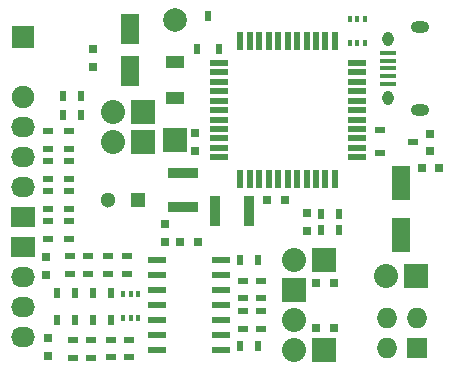
<source format=gbr>
G04 #@! TF.FileFunction,Soldermask,Top*
%FSLAX46Y46*%
G04 Gerber Fmt 4.6, Leading zero omitted, Abs format (unit mm)*
G04 Created by KiCad (PCBNEW 4.0.1-stable) date 25/03/2016 9:42:23 AM*
%MOMM*%
G01*
G04 APERTURE LIST*
%ADD10C,0.100000*%
%ADD11R,0.800000X0.750000*%
%ADD12R,0.750000X0.800000*%
%ADD13C,1.300000*%
%ADD14R,1.300000X1.300000*%
%ADD15C,1.998980*%
%ADD16R,1.998980X1.998980*%
%ADD17R,1.600000X1.000000*%
%ADD18R,1.600000X0.560000*%
%ADD19R,0.560000X1.600000*%
%ADD20R,1.905000X1.905000*%
%ADD21C,1.905000*%
%ADD22R,0.900000X2.500000*%
%ADD23R,2.500000X0.900000*%
%ADD24R,2.032000X2.032000*%
%ADD25O,2.032000X2.032000*%
%ADD26R,1.350000X0.400000*%
%ADD27O,0.950000X1.250000*%
%ADD28O,1.550000X1.000000*%
%ADD29R,2.032000X1.727200*%
%ADD30O,2.032000X1.727200*%
%ADD31R,1.727200X1.727200*%
%ADD32O,1.727200X1.727200*%
%ADD33R,0.600000X0.900000*%
%ADD34R,0.900000X0.500000*%
%ADD35R,0.500000X0.900000*%
%ADD36R,0.900000X0.600000*%
%ADD37R,1.500000X0.600000*%
%ADD38R,0.304800X0.508000*%
%ADD39R,1.600200X2.999740*%
%ADD40R,1.600200X2.600960*%
G04 APERTURE END LIST*
D10*
D11*
X106795000Y-122555000D03*
X105295000Y-122555000D03*
X106795000Y-118745000D03*
X105295000Y-118745000D03*
D12*
X114887200Y-107633200D03*
X114887200Y-106133200D03*
D11*
X114213400Y-109029500D03*
X115713400Y-109029500D03*
D12*
X104521000Y-114351500D03*
X104521000Y-112851500D03*
D11*
X95238000Y-115316000D03*
X93738000Y-115316000D03*
X102604000Y-111760000D03*
X101104000Y-111760000D03*
D12*
X86360000Y-98945000D03*
X86360000Y-100445000D03*
X95059500Y-107557000D03*
X95059500Y-106057000D03*
X82423000Y-118098000D03*
X82423000Y-116598000D03*
X82550000Y-124956000D03*
X82550000Y-123456000D03*
D13*
X87670000Y-111760000D03*
D14*
X90170000Y-111760000D03*
D12*
X92456000Y-113804000D03*
X92456000Y-115304000D03*
D15*
X93342460Y-96520000D03*
D16*
X93342460Y-106680000D03*
D17*
X93345000Y-103100000D03*
X93345000Y-100100000D03*
D18*
X108720000Y-108140000D03*
X108720000Y-107340000D03*
X108720000Y-106540000D03*
X108720000Y-105740000D03*
X108720000Y-104940000D03*
X108720000Y-104140000D03*
X108720000Y-103340000D03*
X108720000Y-102540000D03*
X108720000Y-101740000D03*
X108720000Y-100940000D03*
X108720000Y-100140000D03*
D19*
X106870000Y-98290000D03*
X106070000Y-98290000D03*
X105270000Y-98290000D03*
X104470000Y-98290000D03*
X103670000Y-98290000D03*
X102870000Y-98290000D03*
X102070000Y-98290000D03*
X101270000Y-98290000D03*
X100470000Y-98290000D03*
X99670000Y-98290000D03*
X98870000Y-98290000D03*
D18*
X97020000Y-100140000D03*
X97020000Y-100940000D03*
X97020000Y-101740000D03*
X97020000Y-102540000D03*
X97020000Y-103340000D03*
X97020000Y-104140000D03*
X97020000Y-104940000D03*
X97020000Y-105740000D03*
X97020000Y-106540000D03*
X97020000Y-107340000D03*
X97020000Y-108140000D03*
D19*
X98870000Y-109990000D03*
X99670000Y-109990000D03*
X100470000Y-109990000D03*
X101270000Y-109990000D03*
X102070000Y-109990000D03*
X102870000Y-109990000D03*
X103670000Y-109990000D03*
X104470000Y-109990000D03*
X105270000Y-109990000D03*
X106070000Y-109990000D03*
X106870000Y-109990000D03*
D20*
X80444800Y-97917000D03*
D21*
X80444800Y-102997000D03*
D22*
X96721000Y-112649000D03*
X99621000Y-112649000D03*
D23*
X93980000Y-112321000D03*
X93980000Y-109421000D03*
D24*
X105918000Y-124460000D03*
D25*
X103378000Y-124460000D03*
D26*
X111340460Y-101910300D03*
X111340460Y-101260300D03*
X111340460Y-100610300D03*
X111340460Y-99960300D03*
X111340460Y-99310300D03*
D27*
X111340460Y-103110300D03*
X111340460Y-98110300D03*
D28*
X114040460Y-104110300D03*
X114040460Y-97110300D03*
D29*
X80444800Y-113157000D03*
D30*
X80444800Y-110617000D03*
X80444800Y-108077000D03*
X80444800Y-105537000D03*
D31*
X113795000Y-124307600D03*
D32*
X111255000Y-124307600D03*
X113795000Y-121767600D03*
X111255000Y-121767600D03*
D24*
X105918000Y-116840000D03*
D25*
X103378000Y-116840000D03*
D29*
X80444800Y-115697000D03*
D30*
X80444800Y-118237000D03*
X80444800Y-120777000D03*
X80444800Y-123317000D03*
D24*
X113706100Y-118224300D03*
D25*
X111166100Y-118224300D03*
D24*
X103378000Y-119380000D03*
D25*
X103378000Y-121920000D03*
D33*
X96139000Y-96136000D03*
X97089000Y-98936000D03*
X95189000Y-98936000D03*
D34*
X99060000Y-122670000D03*
X99060000Y-121170000D03*
X99060000Y-118566500D03*
X99060000Y-120066500D03*
X100647500Y-122670000D03*
X100647500Y-121170000D03*
X100647500Y-120066500D03*
X100647500Y-118566500D03*
D35*
X105676000Y-114300000D03*
X107176000Y-114300000D03*
X105676000Y-112903000D03*
X107176000Y-112903000D03*
D34*
X82550000Y-105930000D03*
X82550000Y-107430000D03*
X82550000Y-108470000D03*
X82550000Y-109970000D03*
X82550000Y-111010000D03*
X82550000Y-112510000D03*
X82550000Y-113550000D03*
X82550000Y-115050000D03*
X84328000Y-107430000D03*
X84328000Y-105930000D03*
X84328000Y-109970000D03*
X84328000Y-108470000D03*
X84328000Y-112510000D03*
X84328000Y-111010000D03*
X84328000Y-115050000D03*
X84328000Y-113550000D03*
X89395300Y-123570300D03*
X89395300Y-125070300D03*
X87871300Y-123570300D03*
X87871300Y-125070300D03*
X89281000Y-117971000D03*
X89281000Y-116471000D03*
X87630000Y-117971000D03*
X87630000Y-116471000D03*
D35*
X86372000Y-119634000D03*
X87872000Y-119634000D03*
X86372000Y-121920000D03*
X87872000Y-121920000D03*
X98818000Y-124079000D03*
X100318000Y-124079000D03*
D34*
X84455000Y-117971000D03*
X84455000Y-116471000D03*
X84709000Y-123583000D03*
X84709000Y-125083000D03*
D35*
X83324000Y-119634000D03*
X84824000Y-119634000D03*
X83324000Y-121920000D03*
X84824000Y-121920000D03*
X85332000Y-102946200D03*
X83832000Y-102946200D03*
X83832000Y-104546400D03*
X85332000Y-104546400D03*
X100318000Y-116840000D03*
X98818000Y-116840000D03*
D34*
X85979000Y-116471000D03*
X85979000Y-117971000D03*
X86233000Y-123583000D03*
X86233000Y-125083000D03*
D36*
X113464800Y-106807000D03*
X110664800Y-107757000D03*
X110664800Y-105857000D03*
D37*
X97213400Y-124485400D03*
X97213400Y-123215400D03*
X97213400Y-121945400D03*
X97213400Y-120675400D03*
X97213400Y-119405400D03*
X97213400Y-118135400D03*
X97213400Y-116865400D03*
X91813400Y-116865400D03*
X91813400Y-118135400D03*
X91813400Y-119405400D03*
X91813400Y-120675400D03*
X91813400Y-121945400D03*
X91813400Y-123215400D03*
X91813400Y-124485400D03*
D38*
X90195400Y-119710200D03*
X88925400Y-119710200D03*
X90195400Y-121742200D03*
X89560400Y-119710200D03*
X88925400Y-121742200D03*
X89560400Y-121742200D03*
X108140500Y-98488500D03*
X109410500Y-98488500D03*
X108140500Y-96456500D03*
X108775500Y-98488500D03*
X109410500Y-96456500D03*
X108775500Y-96456500D03*
D39*
X112448800Y-114696240D03*
X112448800Y-110296960D03*
D40*
X89535000Y-97259140D03*
X89535000Y-100860860D03*
D24*
X90604800Y-106807000D03*
D25*
X88064800Y-106807000D03*
D24*
X90604800Y-104267000D03*
D25*
X88064800Y-104267000D03*
M02*

</source>
